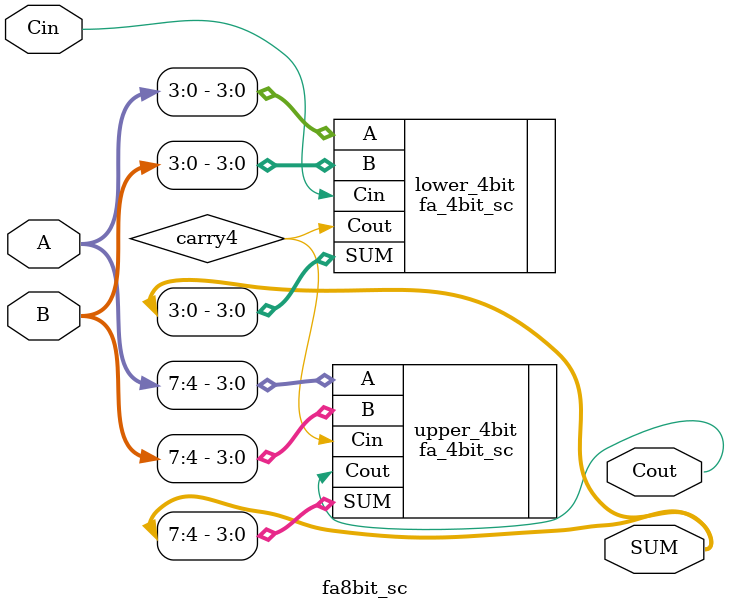
<source format=v>
`timescale 1ns / 1ps
module fa8bit_sc (
    input [7:0] A,      // 8-bit input A
    input [7:0] B,      // 8-bit input B
    input Cin,          // Carry-in
    output [7:0] SUM,   // 8-bit sum output
    output Cout         // Carry-out
);
    wire carry4;        // Carry between the lower and upper 4-bit adders

    // Lower 4 bits
    fa_4bit_sc lower_4bit (
        .A(A[3:0]),
        .B(B[3:0]),
        .Cin(Cin),
        .SUM(SUM[3:0]),
        .Cout(carry4)
    );

    // Upper 4 bits
    fa_4bit_sc upper_4bit (
        .A(A[7:4]),
        .B(B[7:4]),
        .Cin(carry4),
        .SUM(SUM[7:4]),
        .Cout(Cout)
    );

endmodule

</source>
